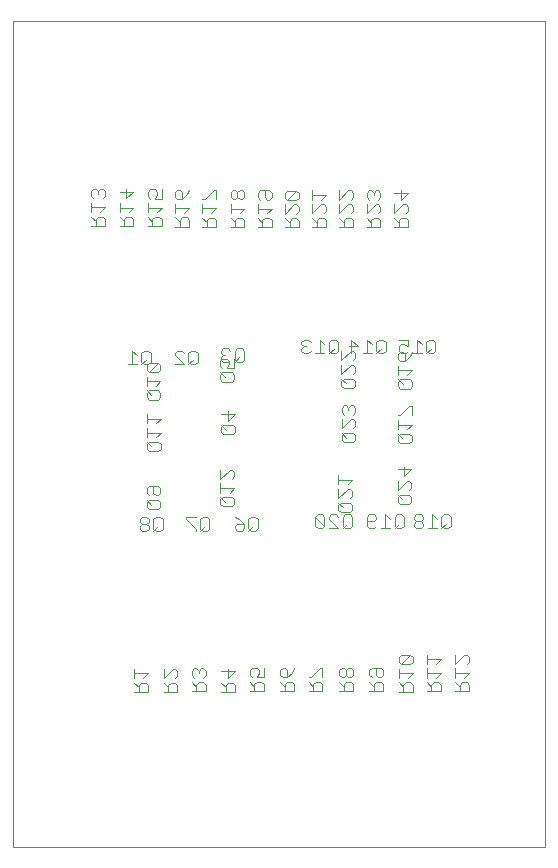
<source format=gbo>
G75*
G70*
%OFA0B0*%
%FSLAX24Y24*%
%IPPOS*%
%LPD*%
%AMOC8*
5,1,8,0,0,1.08239X$1,22.5*
%
%ADD10C,0.0000*%
%ADD11C,0.0040*%
D10*
X000100Y000100D02*
X000100Y027659D01*
X017817Y027659D01*
X017817Y000100D01*
X000100Y000100D01*
D11*
X004130Y005287D02*
X004591Y005287D01*
X004591Y005517D01*
X004514Y005594D01*
X004360Y005594D01*
X004284Y005517D01*
X004284Y005287D01*
X004284Y005440D02*
X004130Y005594D01*
X004130Y005747D02*
X004130Y006054D01*
X004130Y005901D02*
X004591Y005901D01*
X004437Y005747D01*
X005111Y005747D02*
X005417Y006054D01*
X005494Y006054D01*
X005571Y005978D01*
X005571Y005824D01*
X005494Y005747D01*
X005494Y005594D02*
X005341Y005594D01*
X005264Y005517D01*
X005264Y005287D01*
X005264Y005440D02*
X005111Y005594D01*
X005111Y005747D02*
X005111Y006054D01*
X005494Y005594D02*
X005571Y005517D01*
X005571Y005287D01*
X005111Y005287D01*
X006051Y005295D02*
X006512Y005295D01*
X006512Y005525D01*
X006435Y005602D01*
X006282Y005602D01*
X006205Y005525D01*
X006205Y005295D01*
X006205Y005448D02*
X006051Y005602D01*
X006128Y005755D02*
X006051Y005832D01*
X006051Y005985D01*
X006128Y006062D01*
X006205Y006062D01*
X006282Y005985D01*
X006282Y005909D01*
X006282Y005985D02*
X006358Y006062D01*
X006435Y006062D01*
X006512Y005985D01*
X006512Y005832D01*
X006435Y005755D01*
X007024Y005590D02*
X007177Y005436D01*
X007177Y005513D02*
X007177Y005283D01*
X007024Y005283D02*
X007484Y005283D01*
X007484Y005513D01*
X007408Y005590D01*
X007254Y005590D01*
X007177Y005513D01*
X007254Y005743D02*
X007254Y006050D01*
X007024Y005974D02*
X007484Y005974D01*
X007254Y005743D01*
X007985Y005844D02*
X008061Y005767D01*
X007985Y005844D02*
X007985Y005997D01*
X008061Y006074D01*
X008215Y006074D01*
X008291Y005997D01*
X008291Y005920D01*
X008215Y005767D01*
X008445Y005767D01*
X008445Y006074D01*
X008368Y005614D02*
X008215Y005614D01*
X008138Y005537D01*
X008138Y005307D01*
X008138Y005460D02*
X007985Y005614D01*
X007985Y005307D02*
X008445Y005307D01*
X008445Y005537D01*
X008368Y005614D01*
X009004Y005614D02*
X009158Y005460D01*
X009158Y005537D02*
X009158Y005307D01*
X009004Y005307D02*
X009465Y005307D01*
X009465Y005537D01*
X009388Y005614D01*
X009234Y005614D01*
X009158Y005537D01*
X009234Y005767D02*
X009081Y005767D01*
X009004Y005844D01*
X009004Y005997D01*
X009081Y006074D01*
X009158Y006074D01*
X009234Y005997D01*
X009234Y005767D01*
X009388Y005920D01*
X009465Y006074D01*
X009945Y005767D02*
X010022Y005767D01*
X010329Y006074D01*
X010406Y006074D01*
X010406Y005767D01*
X010329Y005614D02*
X010175Y005614D01*
X010099Y005537D01*
X010099Y005307D01*
X010099Y005460D02*
X009945Y005614D01*
X009945Y005307D02*
X010406Y005307D01*
X010406Y005537D01*
X010329Y005614D01*
X010965Y005614D02*
X011118Y005460D01*
X011118Y005537D02*
X011118Y005307D01*
X010965Y005307D02*
X011425Y005307D01*
X011425Y005537D01*
X011349Y005614D01*
X011195Y005614D01*
X011118Y005537D01*
X011118Y005767D02*
X011195Y005844D01*
X011195Y005997D01*
X011118Y006074D01*
X011042Y006074D01*
X010965Y005997D01*
X010965Y005844D01*
X011042Y005767D01*
X011118Y005767D01*
X011195Y005844D02*
X011272Y005767D01*
X011349Y005767D01*
X011425Y005844D01*
X011425Y005997D01*
X011349Y006074D01*
X011272Y006074D01*
X011195Y005997D01*
X011965Y005997D02*
X012042Y006074D01*
X012349Y006074D01*
X012425Y005997D01*
X012425Y005844D01*
X012349Y005767D01*
X012272Y005767D01*
X012195Y005844D01*
X012195Y006074D01*
X011965Y005997D02*
X011965Y005844D01*
X012042Y005767D01*
X011965Y005614D02*
X012118Y005460D01*
X012118Y005537D02*
X012118Y005307D01*
X011965Y005307D02*
X012425Y005307D01*
X012425Y005537D01*
X012349Y005614D01*
X012195Y005614D01*
X012118Y005537D01*
X012949Y005598D02*
X013103Y005444D01*
X013103Y005521D02*
X013103Y005291D01*
X012949Y005291D02*
X013410Y005291D01*
X013410Y005521D01*
X013333Y005598D01*
X013179Y005598D01*
X013103Y005521D01*
X013256Y005751D02*
X013410Y005905D01*
X012949Y005905D01*
X012949Y006058D02*
X012949Y005751D01*
X013026Y006212D02*
X012949Y006288D01*
X012949Y006442D01*
X013026Y006519D01*
X013333Y006519D01*
X013026Y006212D01*
X013333Y006212D01*
X013410Y006288D01*
X013410Y006442D01*
X013333Y006519D01*
X013886Y006523D02*
X013886Y006216D01*
X013886Y006369D02*
X014347Y006369D01*
X014193Y006216D01*
X013886Y006062D02*
X013886Y005755D01*
X013886Y005602D02*
X014040Y005448D01*
X014040Y005525D02*
X014040Y005295D01*
X013886Y005295D02*
X014347Y005295D01*
X014347Y005525D01*
X014270Y005602D01*
X014116Y005602D01*
X014040Y005525D01*
X014193Y005755D02*
X014347Y005909D01*
X013886Y005909D01*
X014827Y005909D02*
X015287Y005909D01*
X015134Y005755D01*
X015211Y005602D02*
X015057Y005602D01*
X014981Y005525D01*
X014981Y005295D01*
X014981Y005448D02*
X014827Y005602D01*
X014827Y005755D02*
X014827Y006062D01*
X014827Y006216D02*
X015134Y006523D01*
X015211Y006523D01*
X015287Y006446D01*
X015287Y006292D01*
X015211Y006216D01*
X014827Y006216D02*
X014827Y006523D01*
X015211Y005602D02*
X015287Y005525D01*
X015287Y005295D01*
X014827Y005295D01*
X014600Y010740D02*
X014446Y010740D01*
X014370Y010817D01*
X014370Y011124D01*
X014446Y011200D01*
X014600Y011200D01*
X014676Y011124D01*
X014676Y010817D01*
X014600Y010740D01*
X014523Y010894D02*
X014370Y010740D01*
X014216Y010740D02*
X013909Y010740D01*
X014063Y010740D02*
X014063Y011200D01*
X014216Y011047D01*
X013756Y011047D02*
X013756Y011124D01*
X013679Y011200D01*
X013525Y011200D01*
X013449Y011124D01*
X013449Y011047D01*
X013525Y010970D01*
X013679Y010970D01*
X013756Y011047D01*
X013679Y010970D02*
X013756Y010894D01*
X013756Y010817D01*
X013679Y010740D01*
X013525Y010740D01*
X013449Y010817D01*
X013449Y010894D01*
X013525Y010970D01*
X013293Y011544D02*
X013370Y011621D01*
X013370Y011774D01*
X013293Y011851D01*
X012986Y011851D01*
X012909Y011774D01*
X012909Y011621D01*
X012986Y011544D01*
X013293Y011544D01*
X013063Y011697D02*
X012909Y011851D01*
X012909Y012004D02*
X013216Y012311D01*
X013293Y012311D01*
X013370Y012235D01*
X013370Y012081D01*
X013293Y012004D01*
X013140Y012465D02*
X013140Y012772D01*
X013370Y012695D02*
X013140Y012465D01*
X012909Y012695D02*
X013370Y012695D01*
X012909Y012311D02*
X012909Y012004D01*
X012883Y011200D02*
X012807Y011124D01*
X012807Y010817D01*
X012883Y010740D01*
X013037Y010740D01*
X013113Y010817D01*
X013113Y011124D01*
X013037Y011200D01*
X012883Y011200D01*
X012653Y011047D02*
X012500Y011200D01*
X012500Y010740D01*
X012653Y010740D02*
X012346Y010740D01*
X012193Y010817D02*
X012116Y010740D01*
X011962Y010740D01*
X011886Y010817D01*
X011886Y011124D01*
X011962Y011200D01*
X012116Y011200D01*
X012193Y011124D01*
X012193Y011047D01*
X012116Y010970D01*
X011886Y010970D01*
X011393Y010817D02*
X011316Y010740D01*
X011163Y010740D01*
X011086Y010817D01*
X011086Y011124D01*
X011163Y011200D01*
X011316Y011200D01*
X011393Y011124D01*
X011393Y010817D01*
X011240Y010894D02*
X011086Y010740D01*
X010933Y010740D02*
X010626Y011047D01*
X010626Y011124D01*
X010702Y011200D01*
X010856Y011200D01*
X010933Y011124D01*
X011014Y011276D02*
X010937Y011352D01*
X010937Y011506D01*
X011014Y011582D01*
X011321Y011582D01*
X011397Y011506D01*
X011397Y011352D01*
X011321Y011276D01*
X011014Y011276D01*
X011090Y011429D02*
X010937Y011582D01*
X010937Y011736D02*
X011244Y012043D01*
X011321Y012043D01*
X011397Y011966D01*
X011397Y011813D01*
X011321Y011736D01*
X011244Y012196D02*
X011397Y012350D01*
X010937Y012350D01*
X010937Y012503D02*
X010937Y012196D01*
X010937Y012043D02*
X010937Y011736D01*
X010395Y011200D02*
X010472Y011124D01*
X010472Y010817D01*
X010165Y011124D01*
X010165Y010817D01*
X010242Y010740D01*
X010395Y010740D01*
X010472Y010817D01*
X010626Y010740D02*
X010933Y010740D01*
X010395Y011200D02*
X010242Y011200D01*
X010165Y011124D01*
X011120Y013606D02*
X011043Y013683D01*
X011043Y013836D01*
X011120Y013913D01*
X011427Y013913D01*
X011504Y013836D01*
X011504Y013683D01*
X011427Y013606D01*
X011120Y013606D01*
X011197Y013760D02*
X011043Y013913D01*
X011043Y014067D02*
X011350Y014374D01*
X011427Y014374D01*
X011504Y014297D01*
X011504Y014143D01*
X011427Y014067D01*
X011043Y014067D02*
X011043Y014374D01*
X011120Y014527D02*
X011043Y014604D01*
X011043Y014757D01*
X011120Y014834D01*
X011197Y014834D01*
X011273Y014757D01*
X011273Y014680D01*
X011273Y014757D02*
X011350Y014834D01*
X011427Y014834D01*
X011504Y014757D01*
X011504Y014604D01*
X011427Y014527D01*
X011419Y015417D02*
X011112Y015417D01*
X011035Y015494D01*
X011035Y015647D01*
X011112Y015724D01*
X011419Y015724D01*
X011496Y015647D01*
X011496Y015494D01*
X011419Y015417D01*
X011189Y015571D02*
X011035Y015724D01*
X011035Y015878D02*
X011342Y016185D01*
X011419Y016185D01*
X011496Y016108D01*
X011496Y015954D01*
X011419Y015878D01*
X011419Y016338D02*
X011496Y016415D01*
X011496Y016568D01*
X011419Y016645D01*
X011342Y016645D01*
X011035Y016338D01*
X011035Y016645D01*
X010928Y016644D02*
X010851Y016567D01*
X010698Y016567D01*
X010621Y016644D01*
X010621Y016951D01*
X010698Y017027D01*
X010851Y017027D01*
X010928Y016951D01*
X010928Y016644D01*
X010774Y016720D02*
X010621Y016567D01*
X010467Y016567D02*
X010160Y016567D01*
X010314Y016567D02*
X010314Y017027D01*
X010467Y016874D01*
X010007Y016951D02*
X009930Y017027D01*
X009777Y017027D01*
X009700Y016951D01*
X009700Y016874D01*
X009777Y016797D01*
X009700Y016720D01*
X009700Y016644D01*
X009777Y016567D01*
X009930Y016567D01*
X010007Y016644D01*
X009853Y016797D02*
X009777Y016797D01*
X011035Y016185D02*
X011035Y015878D01*
X011359Y016567D02*
X011359Y017027D01*
X011590Y016797D01*
X011283Y016797D01*
X011743Y016567D02*
X012050Y016567D01*
X011897Y016567D02*
X011897Y017027D01*
X012050Y016874D01*
X012203Y016951D02*
X012203Y016644D01*
X012280Y016567D01*
X012434Y016567D01*
X012510Y016644D01*
X012510Y016951D01*
X012434Y017027D01*
X012280Y017027D01*
X012203Y016951D01*
X012357Y016720D02*
X012203Y016567D01*
X012925Y016541D02*
X013002Y016618D01*
X013079Y016618D01*
X013155Y016541D01*
X013155Y016311D01*
X013002Y016311D01*
X012925Y016388D01*
X012925Y016541D01*
X013021Y016567D02*
X012944Y016644D01*
X012944Y016797D01*
X013021Y016874D01*
X013098Y016874D01*
X013251Y016797D01*
X013251Y017027D01*
X012944Y017027D01*
X013021Y016567D02*
X013174Y016567D01*
X013251Y016644D01*
X013386Y016618D02*
X013309Y016465D01*
X013155Y016311D01*
X013404Y016567D02*
X013711Y016567D01*
X013558Y016567D02*
X013558Y017027D01*
X013711Y016874D01*
X013865Y016951D02*
X013865Y016644D01*
X013942Y016567D01*
X014095Y016567D01*
X014172Y016644D01*
X014172Y016951D01*
X014095Y017027D01*
X013942Y017027D01*
X013865Y016951D01*
X014018Y016720D02*
X013865Y016567D01*
X013386Y016004D02*
X012925Y016004D01*
X012925Y015851D02*
X012925Y016158D01*
X013232Y015851D02*
X013386Y016004D01*
X013309Y015697D02*
X013002Y015697D01*
X012925Y015621D01*
X012925Y015467D01*
X013002Y015390D01*
X013309Y015390D01*
X013386Y015467D01*
X013386Y015621D01*
X013309Y015697D01*
X013079Y015544D02*
X012925Y015697D01*
X013301Y014807D02*
X012994Y014500D01*
X012917Y014500D01*
X012917Y014347D02*
X012917Y014040D01*
X012917Y014193D02*
X013378Y014193D01*
X013224Y014040D01*
X013301Y013886D02*
X012994Y013886D01*
X012917Y013810D01*
X012917Y013656D01*
X012994Y013579D01*
X013301Y013579D01*
X013378Y013656D01*
X013378Y013810D01*
X013301Y013886D01*
X013071Y013733D02*
X012917Y013886D01*
X013378Y014500D02*
X013378Y014807D01*
X013301Y014807D01*
X012960Y010894D02*
X012807Y010740D01*
X008247Y010734D02*
X008171Y010657D01*
X008017Y010657D01*
X007940Y010734D01*
X007940Y011041D01*
X008017Y011118D01*
X008171Y011118D01*
X008247Y011041D01*
X008247Y010734D01*
X008094Y010811D02*
X007940Y010657D01*
X007787Y010734D02*
X007787Y010888D01*
X007557Y010888D01*
X007480Y010811D01*
X007480Y010734D01*
X007557Y010657D01*
X007710Y010657D01*
X007787Y010734D01*
X007787Y010888D02*
X007633Y011041D01*
X007480Y011118D01*
X007384Y011465D02*
X007460Y011542D01*
X007460Y011695D01*
X007384Y011772D01*
X007077Y011772D01*
X007000Y011695D01*
X007000Y011542D01*
X007077Y011465D01*
X007384Y011465D01*
X007307Y011926D02*
X007460Y012079D01*
X007000Y012079D01*
X007000Y011926D02*
X007000Y012233D01*
X007000Y012386D02*
X007307Y012693D01*
X007384Y012693D01*
X007460Y012616D01*
X007460Y012463D01*
X007384Y012386D01*
X007000Y012386D02*
X007000Y012693D01*
X007000Y011772D02*
X007153Y011619D01*
X006637Y011029D02*
X006637Y010722D01*
X006560Y010646D01*
X006407Y010646D01*
X006330Y010722D01*
X006330Y011029D01*
X006407Y011106D01*
X006560Y011106D01*
X006637Y011029D01*
X006484Y010799D02*
X006330Y010646D01*
X006177Y010646D02*
X006177Y010722D01*
X005870Y011029D01*
X005870Y011106D01*
X006177Y011106D01*
X005074Y011029D02*
X005074Y010722D01*
X004997Y010646D01*
X004844Y010646D01*
X004767Y010722D01*
X004767Y011029D01*
X004844Y011106D01*
X004997Y011106D01*
X005074Y011029D01*
X004921Y010799D02*
X004767Y010646D01*
X004614Y010722D02*
X004614Y010799D01*
X004537Y010876D01*
X004384Y010876D01*
X004307Y010799D01*
X004307Y010722D01*
X004384Y010646D01*
X004537Y010646D01*
X004614Y010722D01*
X004537Y010876D02*
X004614Y010953D01*
X004614Y011029D01*
X004537Y011106D01*
X004384Y011106D01*
X004307Y011029D01*
X004307Y010953D01*
X004384Y010876D01*
X004620Y011374D02*
X004543Y011451D01*
X004543Y011604D01*
X004620Y011681D01*
X004927Y011681D01*
X005004Y011604D01*
X005004Y011451D01*
X004927Y011374D01*
X004620Y011374D01*
X004697Y011527D02*
X004543Y011681D01*
X004620Y011834D02*
X004543Y011911D01*
X004543Y012065D01*
X004620Y012141D01*
X004927Y012141D01*
X005004Y012065D01*
X005004Y011911D01*
X004927Y011834D01*
X004850Y011834D01*
X004773Y011911D01*
X004773Y012141D01*
X004628Y013311D02*
X004551Y013388D01*
X004551Y013541D01*
X004628Y013618D01*
X004935Y013618D01*
X005011Y013541D01*
X005011Y013388D01*
X004935Y013311D01*
X004628Y013311D01*
X004705Y013464D02*
X004551Y013618D01*
X004551Y013771D02*
X004551Y014078D01*
X004551Y013925D02*
X005011Y013925D01*
X004858Y013771D01*
X004858Y014232D02*
X005011Y014385D01*
X004551Y014385D01*
X004551Y014232D02*
X004551Y014539D01*
X004620Y015024D02*
X004543Y015100D01*
X004543Y015254D01*
X004620Y015330D01*
X004927Y015330D01*
X005004Y015254D01*
X005004Y015100D01*
X004927Y015024D01*
X004620Y015024D01*
X004697Y015177D02*
X004543Y015330D01*
X004543Y015484D02*
X004543Y015791D01*
X004543Y015637D02*
X005004Y015637D01*
X004850Y015484D01*
X004927Y015944D02*
X004620Y015944D01*
X004927Y016251D01*
X004620Y016251D01*
X004543Y016175D01*
X004543Y016021D01*
X004620Y015944D01*
X004599Y016197D02*
X004446Y016197D01*
X004369Y016274D01*
X004369Y016580D01*
X004446Y016657D01*
X004599Y016657D01*
X004676Y016580D01*
X004676Y016274D01*
X004599Y016197D01*
X004523Y016350D02*
X004369Y016197D01*
X004216Y016197D02*
X003909Y016197D01*
X004062Y016197D02*
X004062Y016657D01*
X004216Y016504D01*
X004927Y016251D02*
X005004Y016175D01*
X005004Y016021D01*
X004927Y015944D01*
X005480Y016197D02*
X005786Y016197D01*
X005480Y016504D01*
X005480Y016580D01*
X005556Y016657D01*
X005710Y016657D01*
X005786Y016580D01*
X005940Y016580D02*
X005940Y016274D01*
X006017Y016197D01*
X006170Y016197D01*
X006247Y016274D01*
X006247Y016580D01*
X006170Y016657D01*
X006017Y016657D01*
X005940Y016580D01*
X006093Y016350D02*
X005940Y016197D01*
X006996Y016160D02*
X007073Y016083D01*
X006996Y016160D02*
X006996Y016313D01*
X007073Y016390D01*
X007226Y016390D01*
X007303Y016313D01*
X007303Y016236D01*
X007226Y016083D01*
X007456Y016083D01*
X007456Y016390D01*
X007479Y016352D02*
X007556Y016276D01*
X007709Y016276D01*
X007786Y016352D01*
X007786Y016659D01*
X007709Y016736D01*
X007556Y016736D01*
X007479Y016659D01*
X007479Y016352D01*
X007479Y016276D02*
X007633Y016429D01*
X007326Y016352D02*
X007249Y016276D01*
X007096Y016276D01*
X007019Y016352D01*
X007019Y016429D01*
X007096Y016506D01*
X007172Y016506D01*
X007096Y016506D02*
X007019Y016582D01*
X007019Y016659D01*
X007096Y016736D01*
X007249Y016736D01*
X007326Y016659D01*
X007380Y015929D02*
X007073Y015929D01*
X006996Y015853D01*
X006996Y015699D01*
X007073Y015622D01*
X007380Y015622D01*
X007456Y015699D01*
X007456Y015853D01*
X007380Y015929D01*
X007149Y015776D02*
X006996Y015929D01*
X007254Y014634D02*
X007254Y014327D01*
X007484Y014557D01*
X007024Y014557D01*
X007024Y014173D02*
X007177Y014020D01*
X007024Y013943D02*
X007100Y013867D01*
X007407Y013867D01*
X007484Y013943D01*
X007484Y014097D01*
X007407Y014173D01*
X007100Y014173D01*
X007024Y014097D01*
X007024Y013943D01*
X007342Y020777D02*
X007802Y020777D01*
X007802Y021007D01*
X007726Y021084D01*
X007572Y021084D01*
X007496Y021007D01*
X007496Y020777D01*
X007496Y020930D02*
X007342Y021084D01*
X007342Y021237D02*
X007342Y021544D01*
X007342Y021390D02*
X007802Y021390D01*
X007649Y021237D01*
X007649Y021697D02*
X007726Y021697D01*
X007802Y021774D01*
X007802Y021928D01*
X007726Y022004D01*
X007649Y022004D01*
X007572Y021928D01*
X007572Y021774D01*
X007649Y021697D01*
X007572Y021774D02*
X007496Y021697D01*
X007419Y021697D01*
X007342Y021774D01*
X007342Y021928D01*
X007419Y022004D01*
X007496Y022004D01*
X007572Y021928D01*
X008248Y021920D02*
X008324Y021996D01*
X008631Y021996D01*
X008708Y021920D01*
X008708Y021766D01*
X008631Y021690D01*
X008554Y021690D01*
X008478Y021766D01*
X008478Y021996D01*
X008248Y021766D02*
X008324Y021690D01*
X008248Y021766D02*
X008248Y021920D01*
X008248Y021536D02*
X008248Y021229D01*
X008248Y021076D02*
X008401Y020922D01*
X008401Y020999D02*
X008401Y020769D01*
X008248Y020769D02*
X008708Y020769D01*
X008708Y020999D01*
X008631Y021076D01*
X008478Y021076D01*
X008401Y020999D01*
X008554Y021229D02*
X008708Y021383D01*
X008248Y021383D01*
X009153Y021528D02*
X009153Y021221D01*
X009460Y021528D01*
X009537Y021528D01*
X009613Y021451D01*
X009613Y021298D01*
X009537Y021221D01*
X009537Y021068D02*
X009383Y021068D01*
X009307Y020991D01*
X009307Y020761D01*
X009307Y020914D02*
X009153Y021068D01*
X009153Y020761D02*
X009613Y020761D01*
X009613Y020991D01*
X009537Y021068D01*
X010063Y021076D02*
X010216Y020922D01*
X010216Y020999D02*
X010216Y020769D01*
X010063Y020769D02*
X010523Y020769D01*
X010523Y020999D01*
X010446Y021076D01*
X010293Y021076D01*
X010216Y020999D01*
X010063Y021229D02*
X010369Y021536D01*
X010446Y021536D01*
X010523Y021459D01*
X010523Y021306D01*
X010446Y021229D01*
X010369Y021690D02*
X010523Y021843D01*
X010063Y021843D01*
X010063Y021690D02*
X010063Y021996D01*
X009613Y021912D02*
X009537Y021989D01*
X009230Y021682D01*
X009153Y021758D01*
X009153Y021912D01*
X009230Y021989D01*
X009537Y021989D01*
X009613Y021912D02*
X009613Y021758D01*
X009537Y021682D01*
X009230Y021682D01*
X010063Y021536D02*
X010063Y021229D01*
X010964Y021229D02*
X011271Y021536D01*
X011348Y021536D01*
X011424Y021459D01*
X011424Y021306D01*
X011348Y021229D01*
X011348Y021076D02*
X011194Y021076D01*
X011118Y020999D01*
X011118Y020769D01*
X011118Y020922D02*
X010964Y021076D01*
X010964Y021229D02*
X010964Y021536D01*
X010964Y021690D02*
X011271Y021996D01*
X011348Y021996D01*
X011424Y021920D01*
X011424Y021766D01*
X011348Y021690D01*
X011877Y021766D02*
X011954Y021690D01*
X011877Y021766D02*
X011877Y021920D01*
X011954Y021996D01*
X012031Y021996D01*
X012108Y021920D01*
X012108Y021843D01*
X012108Y021920D02*
X012184Y021996D01*
X012261Y021996D01*
X012338Y021920D01*
X012338Y021766D01*
X012261Y021690D01*
X012261Y021536D02*
X012184Y021536D01*
X011877Y021229D01*
X011877Y021536D01*
X011877Y021076D02*
X012031Y020922D01*
X012031Y020999D02*
X012031Y020769D01*
X011877Y020769D02*
X012338Y020769D01*
X012338Y020999D01*
X012261Y021076D01*
X012108Y021076D01*
X012031Y020999D01*
X012261Y021229D02*
X012338Y021306D01*
X012338Y021459D01*
X012261Y021536D01*
X012791Y021536D02*
X012791Y021229D01*
X013098Y021536D01*
X013175Y021536D01*
X013251Y021459D01*
X013251Y021306D01*
X013175Y021229D01*
X013175Y021076D02*
X013021Y021076D01*
X012944Y020999D01*
X012944Y020769D01*
X012791Y020769D02*
X013251Y020769D01*
X013251Y020999D01*
X013175Y021076D01*
X012944Y020922D02*
X012791Y021076D01*
X013021Y021690D02*
X013021Y021996D01*
X012791Y021920D02*
X013251Y021920D01*
X013021Y021690D01*
X011424Y020999D02*
X011424Y020769D01*
X010964Y020769D01*
X011348Y021076D02*
X011424Y020999D01*
X010964Y021690D02*
X010964Y021996D01*
X006858Y022012D02*
X006858Y021705D01*
X006858Y021398D02*
X006397Y021398D01*
X006397Y021245D02*
X006397Y021552D01*
X006397Y021705D02*
X006474Y021705D01*
X006781Y022012D01*
X006858Y022012D01*
X006858Y021398D02*
X006704Y021245D01*
X006627Y021091D02*
X006551Y021015D01*
X006551Y020784D01*
X006397Y020784D02*
X006858Y020784D01*
X006858Y021015D01*
X006781Y021091D01*
X006627Y021091D01*
X006551Y020938D02*
X006397Y021091D01*
X005952Y021023D02*
X005952Y020792D01*
X005492Y020792D01*
X005645Y020792D02*
X005645Y021023D01*
X005722Y021099D01*
X005875Y021099D01*
X005952Y021023D01*
X005799Y021253D02*
X005952Y021406D01*
X005492Y021406D01*
X005492Y021253D02*
X005492Y021560D01*
X005568Y021713D02*
X005492Y021790D01*
X005492Y021943D01*
X005568Y022020D01*
X005645Y022020D01*
X005722Y021943D01*
X005722Y021713D01*
X005568Y021713D01*
X005722Y021713D02*
X005875Y021867D01*
X005952Y022020D01*
X005492Y021099D02*
X005645Y020946D01*
X005047Y021030D02*
X005047Y020800D01*
X004586Y020800D01*
X004740Y020800D02*
X004740Y021030D01*
X004816Y021107D01*
X004970Y021107D01*
X005047Y021030D01*
X004893Y021261D02*
X005047Y021414D01*
X004586Y021414D01*
X004586Y021261D02*
X004586Y021568D01*
X004663Y021721D02*
X004586Y021798D01*
X004586Y021951D01*
X004663Y022028D01*
X004816Y022028D01*
X004893Y021951D01*
X004893Y021874D01*
X004816Y021721D01*
X005047Y021721D01*
X005047Y022028D01*
X004586Y021107D02*
X004740Y020954D01*
X004102Y021038D02*
X004102Y020808D01*
X003641Y020808D01*
X003795Y020808D02*
X003795Y021038D01*
X003871Y021115D01*
X004025Y021115D01*
X004102Y021038D01*
X003948Y021269D02*
X004102Y021422D01*
X003641Y021422D01*
X003641Y021269D02*
X003641Y021575D01*
X003871Y021729D02*
X003871Y022036D01*
X003641Y021959D02*
X004102Y021959D01*
X003871Y021729D01*
X003641Y021115D02*
X003795Y020962D01*
X003157Y021046D02*
X003157Y020816D01*
X002696Y020816D01*
X002850Y020816D02*
X002850Y021046D01*
X002927Y021123D01*
X003080Y021123D01*
X003157Y021046D01*
X003003Y021276D02*
X003157Y021430D01*
X002696Y021430D01*
X002696Y021583D02*
X002696Y021276D01*
X002696Y021123D02*
X002850Y020969D01*
X002773Y021737D02*
X002696Y021814D01*
X002696Y021967D01*
X002773Y022044D01*
X002850Y022044D01*
X002927Y021967D01*
X002927Y021890D01*
X002927Y021967D02*
X003003Y022044D01*
X003080Y022044D01*
X003157Y021967D01*
X003157Y021814D01*
X003080Y021737D01*
M02*

</source>
